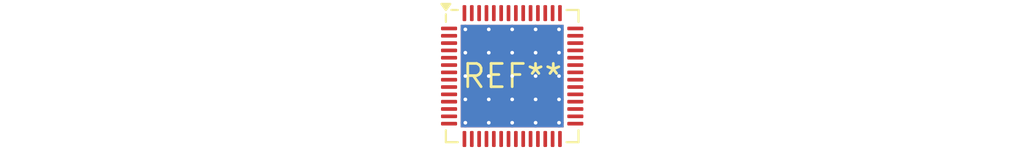
<source format=kicad_pcb>
(kicad_pcb (version 20240108) (generator pcbnew)
  (layers (0 "F.Cu" signal) (31 "B.Cu" signal) (34 "B.Paste" user) (35 "F.Paste" user) (36 "B.SilkS" user "B.Silkscreen") (37 "F.SilkS" user "F.Silkscreen") (38 "B.Mask" user) (39 "F.Mask" user) (44 "Edge.Cuts" user))
  (net 0 "")
  (footprint "QFN-56-1EP_7x7mm_P0.4mm_EP5.6x5.6mm_ThermalVias" (layer "F.Cu") (at 0 0)
    (property "Reference" "REF**")
    (property "Value" "QFN-56-1EP_7x7mm_P0.4mm_EP5.6x5.6mm_ThermalVias")
    (fp_line (start -3.61 -2.96) (end -3.61 -3.37) (layer "F.SilkS") (stroke (width 0.12)))
    (fp_line (start -3.61 3.61) (end -3.61 2.96) (layer "F.SilkS") (stroke (width 0.12)))
    (fp_line (start -2.96 -3.61) (end -3.31 -3.61) (layer "F.SilkS") (stroke (width 0.12)))
    (fp_line (start -2.96 3.61) (end -3.61 3.61) (layer "F.SilkS") (stroke (width 0.12)))
    (fp_line (start 2.96 -3.61) (end 3.61 -3.61) (layer "F.SilkS") (stroke (width 0.12)))
    (fp_line (start 2.96 3.61) (end 3.61 3.61) (layer "F.SilkS") (stroke (width 0.12)))
    (fp_line (start 3.61 -3.61) (end 3.61 -2.96) (layer "F.SilkS") (stroke (width 0.12)))
    (fp_line (start 3.61 3.61) (end 3.61 2.96) (layer "F.SilkS") (stroke (width 0.12)))
    (fp_poly (pts (xy -3.61 -3.61) (xy -3.85 -3.94) (xy -3.37 -3.94) (xy -3.61 -3.61)) (layer "F.SilkS") (stroke (width 0.12)) (fill solid))
    (pad "1" smd roundrect (at -3.4375 -2.6) (size 0.875 0.2) (layers "F.Cu" "F.Paste" "F.Mask"))
    (pad "2" smd roundrect (at -3.4375 -2.2) (size 0.875 0.2) (layers "F.Cu" "F.Paste" "F.Mask"))
    (pad "3" smd roundrect (at -3.4375 -1.8) (size 0.875 0.2) (layers "F.Cu" "F.Paste" "F.Mask"))
    (pad "4" smd roundrect (at -3.4375 -1.4) (size 0.875 0.2) (layers "F.Cu" "F.Paste" "F.Mask"))
    (pad "5" smd roundrect (at -3.4375 -1) (size 0.875 0.2) (layers "F.Cu" "F.Paste" "F.Mask"))
    (pad "6" smd roundrect (at -3.4375 -0.6) (size 0.875 0.2) (layers "F.Cu" "F.Paste" "F.Mask"))
    (pad "7" smd roundrect (at -3.4375 -0.2) (size 0.875 0.2) (layers "F.Cu" "F.Paste" "F.Mask"))
    (pad "8" smd roundrect (at -3.4375 0.2) (size 0.875 0.2) (layers "F.Cu" "F.Paste" "F.Mask"))
    (pad "9" smd roundrect (at -3.4375 0.6) (size 0.875 0.2) (layers "F.Cu" "F.Paste" "F.Mask"))
    (pad "10" smd roundrect (at -3.4375 1) (size 0.875 0.2) (layers "F.Cu" "F.Paste" "F.Mask"))
    (pad "11" smd roundrect (at -3.4375 1.4) (size 0.875 0.2) (layers "F.Cu" "F.Paste" "F.Mask"))
    (pad "12" smd roundrect (at -3.4375 1.8) (size 0.875 0.2) (layers "F.Cu" "F.Paste" "F.Mask"))
    (pad "13" smd roundrect (at -3.4375 2.2) (size 0.875 0.2) (layers "F.Cu" "F.Paste" "F.Mask"))
    (pad "14" smd roundrect (at -3.4375 2.6) (size 0.875 0.2) (layers "F.Cu" "F.Paste" "F.Mask"))
    (pad "15" smd roundrect (at -2.6 3.4375) (size 0.2 0.875) (layers "F.Cu" "F.Paste" "F.Mask"))
    (pad "16" smd roundrect (at -2.2 3.4375) (size 0.2 0.875) (layers "F.Cu" "F.Paste" "F.Mask"))
    (pad "17" smd roundrect (at -1.8 3.4375) (size 0.2 0.875) (layers "F.Cu" "F.Paste" "F.Mask"))
    (pad "18" smd roundrect (at -1.4 3.4375) (size 0.2 0.875) (layers "F.Cu" "F.Paste" "F.Mask"))
    (pad "19" smd roundrect (at -1 3.4375) (size 0.2 0.875) (layers "F.Cu" "F.Paste" "F.Mask"))
    (pad "20" smd roundrect (at -0.6 3.4375) (size 0.2 0.875) (layers "F.Cu" "F.Paste" "F.Mask"))
    (pad "21" smd roundrect (at -0.2 3.4375) (size 0.2 0.875) (layers "F.Cu" "F.Paste" "F.Mask"))
    (pad "22" smd roundrect (at 0.2 3.4375) (size 0.2 0.875) (layers "F.Cu" "F.Paste" "F.Mask"))
    (pad "23" smd roundrect (at 0.6 3.4375) (size 0.2 0.875) (layers "F.Cu" "F.Paste" "F.Mask"))
    (pad "24" smd roundrect (at 1 3.4375) (size 0.2 0.875) (layers "F.Cu" "F.Paste" "F.Mask"))
    (pad "25" smd roundrect (at 1.4 3.4375) (size 0.2 0.875) (layers "F.Cu" "F.Paste" "F.Mask"))
    (pad "26" smd roundrect (at 1.8 3.4375) (size 0.2 0.875) (layers "F.Cu" "F.Paste" "F.Mask"))
    (pad "27" smd roundrect (at 2.2 3.4375) (size 0.2 0.875) (layers "F.Cu" "F.Paste" "F.Mask"))
    (pad "28" smd roundrect (at 2.6 3.4375) (size 0.2 0.875) (layers "F.Cu" "F.Paste" "F.Mask"))
    (pad "29" smd roundrect (at 3.4375 2.6) (size 0.875 0.2) (layers "F.Cu" "F.Paste" "F.Mask"))
    (pad "30" smd roundrect (at 3.4375 2.2) (size 0.875 0.2) (layers "F.Cu" "F.Paste" "F.Mask"))
    (pad "31" smd roundrect (at 3.4375 1.8) (size 0.875 0.2) (layers "F.Cu" "F.Paste" "F.Mask"))
    (pad "32" smd roundrect (at 3.4375 1.4) (size 0.875 0.2) (layers "F.Cu" "F.Paste" "F.Mask"))
    (pad "33" smd roundrect (at 3.4375 1) (size 0.875 0.2) (layers "F.Cu" "F.Paste" "F.Mask"))
    (pad "34" smd roundrect (at 3.4375 0.6) (size 0.875 0.2) (layers "F.Cu" "F.Paste" "F.Mask"))
    (pad "35" smd roundrect (at 3.4375 0.2) (size 0.875 0.2) (layers "F.Cu" "F.Paste" "F.Mask"))
    (pad "36" smd roundrect (at 3.4375 -0.2) (size 0.875 0.2) (layers "F.Cu" "F.Paste" "F.Mask"))
    (pad "37" smd roundrect (at 3.4375 -0.6) (size 0.875 0.2) (layers "F.Cu" "F.Paste" "F.Mask"))
    (pad "38" smd roundrect (at 3.4375 -1) (size 0.875 0.2) (layers "F.Cu" "F.Paste" "F.Mask"))
    (pad "39" smd roundrect (at 3.4375 -1.4) (size 0.875 0.2) (layers "F.Cu" "F.Paste" "F.Mask"))
    (pad "40" smd roundrect (at 3.4375 -1.8) (size 0.875 0.2) (layers "F.Cu" "F.Paste" "F.Mask"))
    (pad "41" smd roundrect (at 3.4375 -2.2) (size 0.875 0.2) (layers "F.Cu" "F.Paste" "F.Mask"))
    (pad "42" smd roundrect (at 3.4375 -2.6) (size 0.875 0.2) (layers "F.Cu" "F.Paste" "F.Mask"))
    (pad "43" smd roundrect (at 2.6 -3.4375) (size 0.2 0.875) (layers "F.Cu" "F.Paste" "F.Mask"))
    (pad "44" smd roundrect (at 2.2 -3.4375) (size 0.2 0.875) (layers "F.Cu" "F.Paste" "F.Mask"))
    (pad "45" smd roundrect (at 1.8 -3.4375) (size 0.2 0.875) (layers "F.Cu" "F.Paste" "F.Mask"))
    (pad "46" smd roundrect (at 1.4 -3.4375) (size 0.2 0.875) (layers "F.Cu" "F.Paste" "F.Mask"))
    (pad "47" smd roundrect (at 1 -3.4375) (size 0.2 0.875) (layers "F.Cu" "F.Paste" "F.Mask"))
    (pad "48" smd roundrect (at 0.6 -3.4375) (size 0.2 0.875) (layers "F.Cu" "F.Paste" "F.Mask"))
    (pad "49" smd roundrect (at 0.2 -3.4375) (size 0.2 0.875) (layers "F.Cu" "F.Paste" "F.Mask"))
    (pad "50" smd roundrect (at -0.2 -3.4375) (size 0.2 0.875) (layers "F.Cu" "F.Paste" "F.Mask"))
    (pad "51" smd roundrect (at -0.6 -3.4375) (size 0.2 0.875) (layers "F.Cu" "F.Paste" "F.Mask"))
    (pad "52" smd roundrect (at -1 -3.4375) (size 0.2 0.875) (layers "F.Cu" "F.Paste" "F.Mask"))
    (pad "53" smd roundrect (at -1.4 -3.4375) (size 0.2 0.875) (layers "F.Cu" "F.Paste" "F.Mask"))
    (pad "54" smd roundrect (at -1.8 -3.4375) (size 0.2 0.875) (layers "F.Cu" "F.Paste" "F.Mask"))
    (pad "55" smd roundrect (at -2.2 -3.4375) (size 0.2 0.875) (layers "F.Cu" "F.Paste" "F.Mask"))
    (pad "56" smd roundrect (at -2.6 -3.4375) (size 0.2 0.875) (layers "F.Cu" "F.Paste" "F.Mask"))
    (pad "57" thru_hole circle (at -2.55 -2.55) (size 0.5 0.5) (drill 0.2) (property pad_prop_heatsink) (layers *.Cu) (remove_unused_layers))
    (pad "57" thru_hole circle (at -2.55 -1.275) (size 0.5 0.5) (drill 0.2) (property pad_prop_heatsink) (layers *.Cu) (remove_unused_layers))
    (pad "57" thru_hole circle (at -2.55 0) (size 0.5 0.5) (drill 0.2) (property pad_prop_heatsink) (layers *.Cu) (remove_unused_layers))
    (pad "57" thru_hole circle (at -2.55 1.275) (size 0.5 0.5) (drill 0.2) (property pad_prop_heatsink) (layers *.Cu) (remove_unused_layers))
    (pad "57" thru_hole circle (at -2.55 2.55) (size 0.5 0.5) (drill 0.2) (property pad_prop_heatsink) (layers *.Cu) (remove_unused_layers))
    (pad "57" thru_hole circle (at -1.275 -2.55) (size 0.5 0.5) (drill 0.2) (property pad_prop_heatsink) (layers *.Cu) (remove_unused_layers))
    (pad "57" thru_hole circle (at -1.275 -1.275) (size 0.5 0.5) (drill 0.2) (property pad_prop_heatsink) (layers *.Cu) (remove_unused_layers))
    (pad "57" thru_hole circle (at -1.275 0) (size 0.5 0.5) (drill 0.2) (property pad_prop_heatsink) (layers *.Cu) (remove_unused_layers))
    (pad "57" thru_hole circle (at -1.275 1.275) (size 0.5 0.5) (drill 0.2) (property pad_prop_heatsink) (layers *.Cu) (remove_unused_layers))
    (pad "57" thru_hole circle (at -1.275 2.55) (size 0.5 0.5) (drill 0.2) (property pad_prop_heatsink) (layers *.Cu) (remove_unused_layers))
    (pad "57" thru_hole circle (at 0 -2.55) (size 0.5 0.5) (drill 0.2) (property pad_prop_heatsink) (layers *.Cu) (remove_unused_layers))
    (pad "57" thru_hole circle (at 0 -1.275) (size 0.5 0.5) (drill 0.2) (property pad_prop_heatsink) (layers *.Cu) (remove_unused_layers))
    (pad "57" thru_hole circle (at 0 0) (size 0.5 0.5) (drill 0.2) (property pad_prop_heatsink) (layers *.Cu) (remove_unused_layers))
    (pad "57" smd rect (at 0 0) (size 5.6 5.6) (property pad_prop_heatsink) (layers "F.Cu" "F.Mask"))
    (pad "57" smd rect (at 0 0) (size 5.6 5.6) (property pad_prop_heatsink) (layers "B.Cu"))
    (pad "57" thru_hole circle (at 0 1.275) (size 0.5 0.5) (drill 0.2) (property pad_prop_heatsink) (layers *.Cu) (remove_unused_layers))
    (pad "57" thru_hole circle (at 0 2.55) (size 0.5 0.5) (drill 0.2) (property pad_prop_heatsink) (layers *.Cu) (remove_unused_layers))
    (pad "57" thru_hole circle (at 1.275 -2.55) (size 0.5 0.5) (drill 0.2) (property pad_prop_heatsink) (layers *.Cu) (remove_unused_layers))
    (pad "57" thru_hole circle (at 1.275 -1.275) (size 0.5 0.5) (drill 0.2) (property pad_prop_heatsink) (layers *.Cu) (remove_unused_layers))
    (pad "57" thru_hole circle (at 1.275 0) (size 0.5 0.5) (drill 0.2) (property pad_prop_heatsink) (layers *.Cu) (remove_unused_layers))
    (pad "57" thru_hole circle (at 1.275 1.275) (size 0.5 0.5) (drill 0.2) (property pad_prop_heatsink) (layers *.Cu) (remove_unused_layers))
    (pad "57" thru_hole circle (at 1.275 2.55) (size 0.5 0.5) (drill 0.2) (property pad_prop_heatsink) (layers *.Cu) (remove_unused_layers))
    (pad "57" thru_hole circle (at 2.55 -2.55) (size 0.5 0.5) (drill 0.2) (property pad_prop_heatsink) (layers *.Cu) (remove_unused_layers))
    (pad "57" thru_hole circle (at 2.55 -1.275) (size 0.5 0.5) (drill 0.2) (property pad_prop_heatsink) (layers *.Cu) (remove_unused_layers))
    (pad "57" thru_hole circle (at 2.55 0) (size 0.5 0.5) (drill 0.2) (property pad_prop_heatsink) (layers *.Cu) (remove_unused_layers))
    (pad "57" thru_hole circle (at 2.55 1.275) (size 0.5 0.5) (drill 0.2) (property pad_prop_heatsink) (layers *.Cu) (remove_unused_layers))
    (pad "57" thru_hole circle (at 2.55 2.55) (size 0.5 0.5) (drill 0.2) (property pad_prop_heatsink) (layers *.Cu) (remove_unused_layers))
  )
)
</source>
